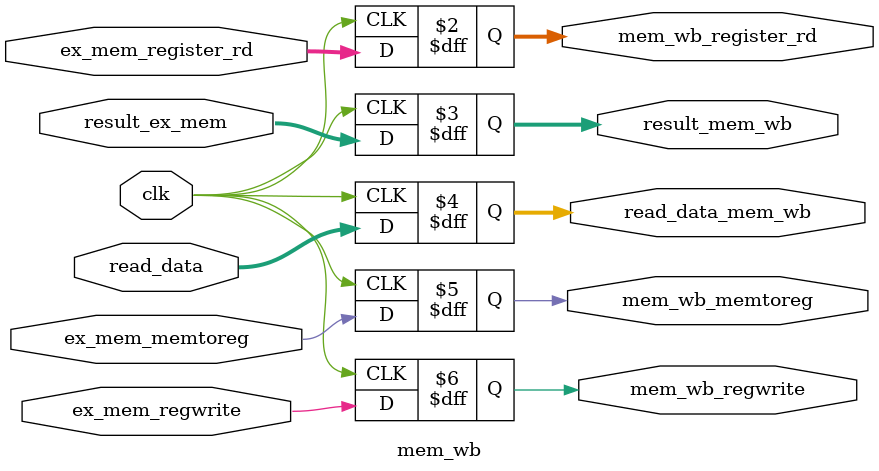
<source format=v>
`timescale 1ns / 1ps
 module mem_wb(clk,ex_mem_register_rd,mem_wb_register_rd, result_ex_mem,result_mem_wb,read_data,read_data_mem_wb,	ex_mem_memtoreg,ex_mem_regwrite, mem_wb_memtoreg,mem_wb_regwrite);
	
	input clk;
	input wire 	ex_mem_memtoreg,ex_mem_regwrite;
	input wire [4:0] ex_mem_register_rd;
	
	input wire [31:0] result_ex_mem;
	input wire [31:0] read_data;
	output reg [4:0] mem_wb_register_rd;
	output reg [31:0] result_mem_wb;
	output reg [31:0] read_data_mem_wb;
	output reg  mem_wb_memtoreg,mem_wb_regwrite;
	
	always @(posedge clk)
	begin
	mem_wb_register_rd= ex_mem_register_rd;
	result_mem_wb= result_ex_mem;
	read_data_mem_wb= read_data;
	mem_wb_memtoreg=ex_mem_memtoreg;
   mem_wb_regwrite= ex_mem_regwrite;	 
	end
  


endmodule
</source>
